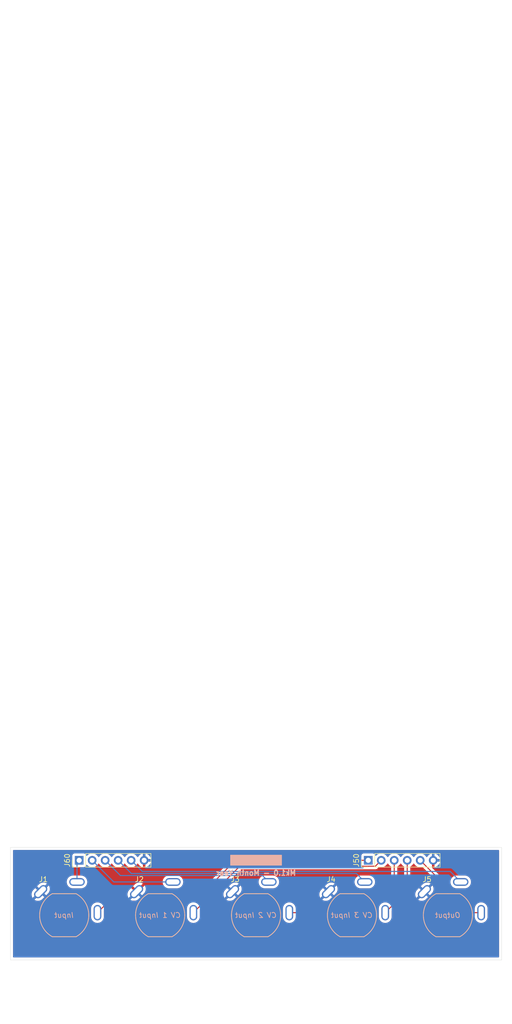
<source format=kicad_pcb>
(kicad_pcb (version 20240108) (generator "pcbnew") (generator_version "8.0")
  (title_block (rev "1") (company "DMH Instruments") (comment 1 "10cm Kosmo format synthesizer module PCB"))
  (layers (0 "F.Cu" signal) (31 "B.Cu" signal) (34 "B.Paste" user) (35 "F.Paste" user) (36 "B.SilkS" user "B.Silkscreen") (37 "F.SilkS" user "F.Silkscreen") (38 "B.Mask" user) (39 "F.Mask" user) (44 "Edge.Cuts" user))
  (net 0 "")
  (net 1 "GND")
  (net 2 "Net-(J60-Pin_1)")
  (net 3 "Net-(J60-Pin_2)")
  (net 4 "Net-(J60-Pin_4)")
  (net 5 "Net-(J60-Pin_5)")
  (net 6 "/Core Circuit/Input")
  (net 7 "/Core Circuit/CV1 Input")
  (net 8 "Net-(J60-Pin_3)")
  (net 9 "/Core Circuit/(Bus) CV2 Input")
  (net 10 "/Core Circuit/CV3 Input")
  (net 11 "/Core Circuit/Output")
  (footprint "SynthStuff:CUI_MJ-63052A" (layer "F.Cu") (at 137.5 208.75)
    (property "Reference" "J5" (at -4.075 -7 0) (layer "F.SilkS"))
    (property "Value" "TS_Jack_6.35mm_Sw")
    (property "Function" "Output" (at 0 0 -0) (layer "B.SilkS") (effects (font (thickness 0.15) (italic yes)) (justify mirror)))
    (fp_line (start 0 -4.2) (end -2.35 -4.2) (stroke (width 0.15)) (layer "B.SilkS"))
    (fp_line (start 0 -4.2) (end 2.35 -4.2) (stroke (width 0.15)) (layer "B.SilkS"))
    (fp_line (start 0 4.2) (end -2.35 4.2) (stroke (width 0.15)) (layer "B.SilkS"))
    (fp_line (start 0 4.2) (end 2.35 4.2) (stroke (width 0.15)) (layer "B.SilkS"))
    (fp_arc (start -4.8 0) (mid -4.14066 -2.427948) (end -2.343778 -4.188879) (stroke (width 0.15)) (layer "B.SilkS"))
    (fp_arc (start -2.343778 4.188879) (mid -4.14066 2.427948) (end -4.8 0) (stroke (width 0.15)) (layer "B.SilkS"))
    (fp_arc (start 2.343778 -4.188879) (mid 4.14066 -2.427948) (end 4.8 0) (stroke (width 0.15)) (layer "B.SilkS"))
    (fp_arc (start 4.8 0) (mid 4.14066 2.427948) (end 2.343778 4.188879) (stroke (width 0.15)) (layer "B.SilkS"))
    (fp_line (start 0 -4.2) (end -2.35 -4.2) (stroke (width 0.15)) (layer "F.SilkS"))
    (fp_line (start 0 -4.2) (end 2.35 -4.2) (stroke (width 0.15)) (layer "F.SilkS"))
    (fp_line (start 0 4.2) (end -2.35 4.2) (stroke (width 0.15)) (layer "F.SilkS"))
    (fp_line (start 0 4.2) (end 2.35 4.2) (stroke (width 0.15)) (layer "F.SilkS"))
    (fp_arc (start -4.8 0) (mid -4.14066 -2.427948) (end -2.343778 -4.188879) (stroke (width 0.15)) (layer "F.SilkS"))
    (fp_arc (start -2.343778 4.188879) (mid -4.14066 2.427948) (end -4.8 0) (stroke (width 0.15)) (layer "F.SilkS"))
    (fp_arc (start 2.343778 -4.188879) (mid 4.14066 -2.427948) (end 4.8 0) (stroke (width 0.15)) (layer "F.SilkS"))
    (fp_arc (start 4.8 0) (mid 4.14066 2.427948) (end 2.343778 4.188879) (stroke (width 0.15)) (layer "F.SilkS"))
    (pad "S" thru_hole oval (at -4.59619 -4.59619 315) (size 1.508 3.016) (drill oval 1 2.5) (layers "*.Cu" "*.Mask") (net 1 "GND"))
    (pad "T" thru_hole oval (at 6.5 -0.5) (size 1.508 3.016) (drill oval 1 2.5) (layers "*.Cu" "*.Mask") (net 11 "/Core Circuit/Output"))
    (pad "TN" thru_hole oval (at 2.5 -6.5) (size 3.016 1.508) (drill oval 2.5 1) (layers "*.Cu" "*.Mask") (net 5 "Net-(J60-Pin_5)"))
  )
  (footprint "Connector_PinHeader_2.54mm:PinHeader_1x06_P2.54mm_Vertical" (layer "F.Cu") (at 121.925 198.025 90)
    (property "Reference" "J50" (at 0 -2.33 90) (layer "F.SilkS"))
    (property "Value" "Conn_01x06")
    (fp_line (start -1.33 -1.33) (end 0 -1.33) (stroke (width 0.12)) (layer "F.SilkS"))
    (fp_line (start -1.33 0) (end -1.33 -1.33) (stroke (width 0.12)) (layer "F.SilkS"))
    (fp_line (start 1.33 1.27) (end 1.33 14.03) (stroke (width 0.12)) (layer "F.SilkS"))
    (fp_line (start -1.33 1.27) (end 1.33 1.27) (stroke (width 0.12)) (layer "F.SilkS"))
    (fp_line (start -1.33 1.27) (end -1.33 14.03) (stroke (width 0.12)) (layer "F.SilkS"))
    (fp_line (start -1.33 14.03) (end 1.33 14.03) (stroke (width 0.12)) (layer "F.SilkS"))
    (pad "1" thru_hole rect (at 0 0 90) (size 1.7 1.7) (drill 1) (layers "*.Cu" "*.Mask") (net 6 "/Core Circuit/Input"))
    (pad "2" thru_hole oval (at 0 2.54 90) (size 1.7 1.7) (drill 1) (layers "*.Cu" "*.Mask") (net 7 "/Core Circuit/CV1 Input"))
    (pad "3" thru_hole oval (at 0 5.08 90) (size 1.7 1.7) (drill 1) (layers "*.Cu" "*.Mask") (net 9 "/Core Circuit/(Bus) CV2 Input"))
    (pad "4" thru_hole oval (at 0 7.62 90) (size 1.7 1.7) (drill 1) (layers "*.Cu" "*.Mask") (net 10 "/Core Circuit/CV3 Input"))
    (pad "5" thru_hole oval (at 0 10.16 90) (size 1.7 1.7) (drill 1) (layers "*.Cu" "*.Mask") (net 11 "/Core Circuit/Output"))
    (pad "6" thru_hole oval (at 0 12.7 90) (size 1.7 1.7) (drill 1) (layers "*.Cu" "*.Mask") (net 1 "GND"))
  )
  (footprint "SynthStuff:CUI_MJ-63052A" (layer "F.Cu") (at 62.5 208.75)
    (property "Reference" "J1" (at -4.075 -7 0) (layer "F.SilkS"))
    (property "Value" "TS_Jack_6.35mm_Sw")
    (property "Function" "Input" (at 0 0 -0) (layer "B.SilkS") (effects (font (thickness 0.15) (italic yes)) (justify mirror)))
    (fp_line (start 0 -4.2) (end -2.35 -4.2) (stroke (width 0.15)) (layer "B.SilkS"))
    (fp_line (start 0 -4.2) (end 2.35 -4.2) (stroke (width 0.15)) (layer "B.SilkS"))
    (fp_line (start 0 4.2) (end -2.35 4.2) (stroke (width 0.15)) (layer "B.SilkS"))
    (fp_line (start 0 4.2) (end 2.35 4.2) (stroke (width 0.15)) (layer "B.SilkS"))
    (fp_arc (start -4.8 0) (mid -4.14066 -2.427948) (end -2.343778 -4.188879) (stroke (width 0.15)) (layer "B.SilkS"))
    (fp_arc (start -2.343778 4.188879) (mid -4.14066 2.427948) (end -4.8 0) (stroke (width 0.15)) (layer "B.SilkS"))
    (fp_arc (start 2.343778 -4.188879) (mid 4.14066 -2.427948) (end 4.8 0) (stroke (width 0.15)) (layer "B.SilkS"))
    (fp_arc (start 4.8 0) (mid 4.14066 2.427948) (end 2.343778 4.188879) (stroke (width 0.15)) (layer "B.SilkS"))
    (fp_line (start 0 -4.2) (end -2.35 -4.2) (stroke (width 0.15)) (layer "F.SilkS"))
    (fp_line (start 0 -4.2) (end 2.35 -4.2) (stroke (width 0.15)) (layer "F.SilkS"))
    (fp_line (start 0 4.2) (end -2.35 4.2) (stroke (width 0.15)) (layer "F.SilkS"))
    (fp_line (start 0 4.2) (end 2.35 4.2) (stroke (width 0.15)) (layer "F.SilkS"))
    (fp_arc (start -4.8 0) (mid -4.14066 -2.427948) (end -2.343778 -4.188879) (stroke (width 0.15)) (layer "F.SilkS"))
    (fp_arc (start -2.343778 4.188879) (mid -4.14066 2.427948) (end -4.8 0) (stroke (width 0.15)) (layer "F.SilkS"))
    (fp_arc (start 2.343778 -4.188879) (mid 4.14066 -2.427948) (end 4.8 0) (stroke (width 0.15)) (layer "F.SilkS"))
    (fp_arc (start 4.8 0) (mid 4.14066 2.427948) (end 2.343778 4.188879) (stroke (width 0.15)) (layer "F.SilkS"))
    (pad "S" thru_hole oval (at -4.59619 -4.59619 315) (size 1.508 3.016) (drill oval 1 2.5) (layers "*.Cu" "*.Mask") (net 1 "GND"))
    (pad "T" thru_hole oval (at 6.5 -0.5) (size 1.508 3.016) (drill oval 1 2.5) (layers "*.Cu" "*.Mask") (net 6 "/Core Circuit/Input"))
    (pad "TN" thru_hole oval (at 2.5 -6.5) (size 3.016 1.508) (drill oval 2.5 1) (layers "*.Cu" "*.Mask") (net 2 "Net-(J60-Pin_1)"))
  )
  (footprint "SynthStuff:CUI_MJ-63052A" (layer "F.Cu") (at 100 208.75)
    (property "Reference" "J3" (at -4.075 -7 0) (layer "F.SilkS"))
    (property "Value" "TS_Jack_6.35mm_Sw")
    (property "Function" "CV 2 Input" (at 0 0 -0) (layer "B.SilkS") (effects (font (thickness 0.15) (italic yes)) (justify mirror)))
    (fp_line (start 0 -4.2) (end -2.35 -4.2) (stroke (width 0.15)) (layer "B.SilkS"))
    (fp_line (start 0 -4.2) (end 2.35 -4.2) (stroke (width 0.15)) (layer "B.SilkS"))
    (fp_line (start 0 4.2) (end -2.35 4.2) (stroke (width 0.15)) (layer "B.SilkS"))
    (fp_line (start 0 4.2) (end 2.35 4.2) (stroke (width 0.15)) (layer "B.SilkS"))
    (fp_arc (start -4.8 0) (mid -4.14066 -2.427948) (end -2.343778 -4.188879) (stroke (width 0.15)) (layer "B.SilkS"))
    (fp_arc (start -2.343778 4.188879) (mid -4.14066 2.427948) (end -4.8 0) (stroke (width 0.15)) (layer "B.SilkS"))
    (fp_arc (start 2.343778 -4.188879) (mid 4.14066 -2.427948) (end 4.8 0) (stroke (width 0.15)) (layer "B.SilkS"))
    (fp_arc (start 4.8 0) (mid 4.14066 2.427948) (end 2.343778 4.188879) (stroke (width 0.15)) (layer "B.SilkS"))
    (fp_line (start 0 -4.2) (end -2.35 -4.2) (stroke (width 0.15)) (layer "F.SilkS"))
    (fp_line (start 0 -4.2) (end 2.35 -4.2) (stroke (width 0.15)) (layer "F.SilkS"))
    (fp_line (start 0 4.2) (end -2.35 4.2) (stroke (width 0.15)) (layer "F.SilkS"))
    (fp_line (start 0 4.2) (end 2.35 4.2) (stroke (width 0.15)) (layer "F.SilkS"))
    (fp_arc (start -4.8 0) (mid -4.14066 -2.427948) (end -2.343778 -4.188879) (stroke (width 0.15)) (layer "F.SilkS"))
    (fp_arc (start -2.343778 4.188879) (mid -4.14066 2.427948) (end -4.8 0) (stroke (width 0.15)) (layer "F.SilkS"))
    (fp_arc (start 2.343778 -4.188879) (mid 4.14066 -2.427948) (end 4.8 0) (stroke (width 0.15)) (layer "F.SilkS"))
    (fp_arc (start 4.8 0) (mid 4.14066 2.427948) (end 2.343778 4.188879) (stroke (width 0.15)) (layer "F.SilkS"))
    (pad "S" thru_hole oval (at -4.59619 -4.59619 315) (size 1.508 3.016) (drill oval 1 2.5) (layers "*.Cu" "*.Mask") (net 1 "GND"))
    (pad "T" thru_hole oval (at 6.5 -0.5) (size 1.508 3.016) (drill oval 1 2.5) (layers "*.Cu" "*.Mask") (net 9 "/Core Circuit/(Bus) CV2 Input"))
    (pad "TN" thru_hole oval (at 2.5 -6.5) (size 3.016 1.508) (drill oval 2.5 1) (layers "*.Cu" "*.Mask") (net 8 "Net-(J60-Pin_3)"))
  )
  (footprint "Connector_PinHeader_2.54mm:PinHeader_1x06_P2.54mm_Vertical" (layer "F.Cu") (at 65.425 198.025 90)
    (property "Reference" "J60" (at 0 -2.33 90) (layer "F.SilkS"))
    (property "Value" "Conn_01x06")
    (fp_line (start -1.33 -1.33) (end 0 -1.33) (stroke (width 0.12)) (layer "F.SilkS"))
    (fp_line (start -1.33 0) (end -1.33 -1.33) (stroke (width 0.12)) (layer "F.SilkS"))
    (fp_line (start 1.33 1.27) (end 1.33 14.03) (stroke (width 0.12)) (layer "F.SilkS"))
    (fp_line (start -1.33 1.27) (end 1.33 1.27) (stroke (width 0.12)) (layer "F.SilkS"))
    (fp_line (start -1.33 1.27) (end -1.33 14.03) (stroke (width 0.12)) (layer "F.SilkS"))
    (fp_line (start -1.33 14.03) (end 1.33 14.03) (stroke (width 0.12)) (layer "F.SilkS"))
    (pad "1" thru_hole rect (at 0 0 90) (size 1.7 1.7) (drill 1) (layers "*.Cu" "*.Mask") (net 2 "Net-(J60-Pin_1)"))
    (pad "2" thru_hole oval (at 0 2.54 90) (size 1.7 1.7) (drill 1) (layers "*.Cu" "*.Mask") (net 3 "Net-(J60-Pin_2)"))
    (pad "3" thru_hole oval (at 0 5.08 90) (size 1.7 1.7) (drill 1) (layers "*.Cu" "*.Mask") (net 8 "Net-(J60-Pin_3)"))
    (pad "4" thru_hole oval (at 0 7.62 90) (size 1.7 1.7) (drill 1) (layers "*.Cu" "*.Mask") (net 4 "Net-(J60-Pin_4)"))
    (pad "5" thru_hole oval (at 0 10.16 90) (size 1.7 1.7) (drill 1) (layers "*.Cu" "*.Mask") (net 5 "Net-(J60-Pin_5)"))
    (pad "6" thru_hole oval (at 0 12.7 90) (size 1.7 1.7) (drill 1) (layers "*.Cu" "*.Mask") (net 1 "GND"))
  )
  (footprint "SynthStuff:CUI_MJ-63052A" (layer "F.Cu") (at 81.25 208.75)
    (property "Reference" "J2" (at -4.075 -7 0) (layer "F.SilkS"))
    (property "Value" "TS_Jack_6.35mm_Sw")
    (property "Function" "CV 1 Input" (at 0 0 -0) (layer "B.SilkS") (effects (font (thickness 0.15) (italic yes)) (justify mirror)))
    (fp_line (start 0 -4.2) (end -2.35 -4.2) (stroke (width 0.15)) (layer "B.SilkS"))
    (fp_line (start 0 -4.2) (end 2.35 -4.2) (stroke (width 0.15)) (layer "B.SilkS"))
    (fp_line (start 0 4.2) (end -2.35 4.2) (stroke (width 0.15)) (layer "B.SilkS"))
    (fp_line (start 0 4.2) (end 2.35 4.2) (stroke (width 0.15)) (layer "B.SilkS"))
    (fp_arc (start -4.8 0) (mid -4.14066 -2.427948) (end -2.343778 -4.188879) (stroke (width 0.15)) (layer "B.SilkS"))
    (fp_arc (start -2.343778 4.188879) (mid -4.14066 2.427948) (end -4.8 0) (stroke (width 0.15)) (layer "B.SilkS"))
    (fp_arc (start 2.343778 -4.188879) (mid 4.14066 -2.427948) (end 4.8 0) (stroke (width 0.15)) (layer "B.SilkS"))
    (fp_arc (start 4.8 0) (mid 4.14066 2.427948) (end 2.343778 4.188879) (stroke (width 0.15)) (layer "B.SilkS"))
    (fp_line (start 0 -4.2) (end -2.35 -4.2) (stroke (width 0.15)) (layer "F.SilkS"))
    (fp_line (start 0 -4.2) (end 2.35 -4.2) (stroke (width 0.15)) (layer "F.SilkS"))
    (fp_line (start 0 4.2) (end -2.35 4.2) (stroke (width 0.15)) (layer "F.SilkS"))
    (fp_line (start 0 4.2) (end 2.35 4.2) (stroke (width 0.15)) (layer "F.SilkS"))
    (fp_arc (start -4.8 0) (mid -4.14066 -2.427948) (end -2.343778 -4.188879) (stroke (width 0.15)) (layer "F.SilkS"))
    (fp_arc (start -2.343778 4.188879) (mid -4.14066 2.427948) (end -4.8 0) (stroke (width 0.15)) (layer "F.SilkS"))
    (fp_arc (start 2.343778 -4.188879) (mid 4.14066 -2.427948) (end 4.8 0) (stroke (width 0.15)) (layer "F.SilkS"))
    (fp_arc (start 4.8 0) (mid 4.14066 2.427948) (end 2.343778 4.188879) (stroke (width 0.15)) (layer "F.SilkS"))
    (pad "S" thru_hole oval (at -4.59619 -4.59619 315) (size 1.508 3.016) (drill oval 1 2.5) (layers "*.Cu" "*.Mask") (net 1 "GND"))
    (pad "T" thru_hole oval (at 6.5 -0.5) (size 1.508 3.016) (drill oval 1 2.5) (layers "*.Cu" "*.Mask") (net 7 "/Core Circuit/CV1 Input"))
    (pad "TN" thru_hole oval (at 2.5 -6.5) (size 3.016 1.508) (drill oval 2.5 1) (layers "*.Cu" "*.Mask") (net 3 "Net-(J60-Pin_2)"))
  )
  (footprint "SynthStuff:CUI_MJ-63052A" (layer "F.Cu") (at 118.75 208.75)
    (property "Reference" "J4" (at -4.075 -7 0) (layer "F.SilkS"))
    (property "Value" "TS_Jack_6.35mm_Sw")
    (property "Function" "CV 3 Input" (at 0 0 -0) (layer "B.SilkS") (effects (font (thickness 0.15) (italic yes)) (justify mirror)))
    (fp_line (start 0 -4.2) (end -2.35 -4.2) (stroke (width 0.15)) (layer "B.SilkS"))
    (fp_line (start 0 -4.2) (end 2.35 -4.2) (stroke (width 0.15)) (layer "B.SilkS"))
    (fp_line (start 0 4.2) (end -2.35 4.2) (stroke (width 0.15)) (layer "B.SilkS"))
    (fp_line (start 0 4.2) (end 2.35 4.2) (stroke (width 0.15)) (layer "B.SilkS"))
    (fp_arc (start -4.8 0) (mid -4.14066 -2.427948) (end -2.343778 -4.188879) (stroke (width 0.15)) (layer "B.SilkS"))
    (fp_arc (start -2.343778 4.188879) (mid -4.14066 2.427948) (end -4.8 0) (stroke (width 0.15)) (layer "B.SilkS"))
    (fp_arc (start 2.343778 -4.188879) (mid 4.14066 -2.427948) (end 4.8 0) (stroke (width 0.15)) (layer "B.SilkS"))
    (fp_arc (start 4.8 0) (mid 4.14066 2.427948) (end 2.343778 4.188879) (stroke (width 0.15)) (layer "B.SilkS"))
    (fp_line (start 0 -4.2) (end -2.35 -4.2) (stroke (width 0.15)) (layer "F.SilkS"))
    (fp_line (start 0 -4.2) (end 2.35 -4.2) (stroke (width 0.15)) (layer "F.SilkS"))
    (fp_line (start 0 4.2) (end -2.35 4.2) (stroke (width 0.15)) (layer "F.SilkS"))
    (fp_line (start 0 4.2) (end 2.35 4.2) (stroke (width 0.15)) (layer "F.SilkS"))
    (fp_arc (start -4.8 0) (mid -4.14066 -2.427948) (end -2.343778 -4.188879) (stroke (width 0.15)) (layer "F.SilkS"))
    (fp_arc (start -2.343778 4.188879) (mid -4.14066 2.427948) (end -4.8 0) (stroke (width 0.15)) (layer "F.SilkS"))
    (fp_arc (start 2.343778 -4.188879) (mid 4.14066 -2.427948) (end 4.8 0) (stroke (width 0.15)) (layer "F.SilkS"))
    (fp_arc (start 4.8 0) (mid 4.14066 2.427948) (end 2.343778 4.188879) (stroke (width 0.15)) (layer "F.SilkS"))
    (pad "S" thru_hole oval (at -4.59619 -4.59619 315) (size 1.508 3.016) (drill oval 1 2.5) (layers "*.Cu" "*.Mask") (net 1 "GND"))
    (pad "T" thru_hole oval (at 6.5 -0.5) (size 1.508 3.016) (drill oval 1 2.5) (layers "*.Cu" "*.Mask") (net 10 "/Core Circuit/CV3 Input"))
    (pad "TN" thru_hole oval (at 2.5 -6.5) (size 3.016 1.508) (drill oval 2.5 1) (layers "*.Cu" "*.Mask") (net 4 "Net-(J60-Pin_4)"))
  )
  (gr_rect (start 95 197) (end 105 199) (stroke (width 0.1)) (fill solid) (layer "B.SilkS"))
  (gr_rect (start 52 195.5) (end 148 217.5) (stroke (width 0.05)) (fill none) (layer "Edge.Cuts"))
  (gr_text "Mk1.0 - Month Year" (at 100 200.5 0) (layer "B.SilkS") (effects (font (size 1 1) (thickness 0.25) (bold yes)) (justify mirror)))
  (segment (start 65 202.25) (end 65 198.45) (width 0.2) (layer "B.Cu") (net 2))
  (segment (start 65 198.45) (end 65.425 198.025) (width 0.2) (layer "B.Cu") (net 2))
  (segment (start 67.965 198.025) (end 72.19 202.25) (width 0.2) (layer "B.Cu") (net 3))
  (segment (start 72.19 202.25) (end 83.75 202.25) (width 0.2) (layer "B.Cu") (net 3))
  (segment (start 75.62 200.6) (end 119.6 200.6) (width 0.2) (layer "B.Cu") (net 4))
  (segment (start 73.045 198.025) (end 75.62 200.6) (width 0.2) (layer "B.Cu") (net 4))
  (segment (start 119.6 200.6) (end 121.25 202.25) (width 0.2) (layer "B.Cu") (net 4))
  (segment (start 75.585 198.025) (end 77.76 200.2) (width 0.2) (layer "B.Cu") (net 5))
  (segment (start 77.76 200.2) (end 137.95 200.2) (width 0.2) (layer "B.Cu") (net 5))
  (segment (start 137.95 200.2) (end 140 202.25) (width 0.2) (layer "B.Cu") (net 5))
  (segment (start 95.975 198.025) (end 88 206) (width 0.2) (layer "F.Cu") (net 6))
  (segment (start 71.25 206) (end 69 208.25) (width 0.2) (layer "F.Cu") (net 6))
  (segment (start 88 206) (end 71.25 206) (width 0.2) (layer "F.Cu") (net 6))
  (segment (start 121.925 198.025) (end 95.975 198.025) (width 0.2) (layer "F.Cu") (net 6))
  (segment (start 123.315 199.175) (end 96.825 199.175) (width 0.2) (layer "F.Cu") (net 7))
  (segment (start 124.465 198.025) (end 123.315 199.175) (width 0.2) (layer "F.Cu") (net 7))
  (segment (start 96.825 199.175) (end 87.75 208.25) (width 0.2) (layer "F.Cu") (net 7))
  (segment (start 73.48 201) (end 101.25 201) (width 0.2) (layer "B.Cu") (net 8))
  (segment (start 101.25 201) (end 102.5 202.25) (width 0.2) (layer "B.Cu") (net 8))
  (segment (start 70.505 198.025) (end 73.48 201) (width 0.2) (layer "B.Cu") (net 8))
  (segment (start 119.75 208.25) (end 106.5 208.25) (width 0.2) (layer "F.Cu") (net 9))
  (segment (start 127.005 198.025) (end 127.005 200.995) (width 0.2) (layer "F.Cu") (net 9))
  (segment (start 127.005 200.995) (end 119.75 208.25) (width 0.2) (layer "F.Cu") (net 9))
  (segment (start 126.525 198.025) (end 127.005 198.025) (width 0.2) (layer "B.Cu") (net 9))
  (segment (start 129.545 203.955) (end 125.25 208.25) (width 0.2) (layer "F.Cu") (net 10))
  (segment (start 129.545 198.025) (end 129.545 203.955) (width 0.2) (layer "F.Cu") (net 10))
  (segment (start 142.31 208.25) (end 144 208.25) (width 0.2) (layer "F.Cu") (net 11))
  (segment (start 132.085 198.025) (end 142.31 208.25) (width 0.2) (layer "F.Cu") (net 11))
  (zone (net 1) (net_name "GND") (layers "F&B.Cu") (name "Ground_plane") (connect_pads (clearance 0.5)) (min_thickness 0.25) (fill yes (thermal_gap 0.5) (thermal_bridge_width 0.5))
    (polygon (pts (xy 52 195.5) (xy 148 195.5) (xy 148 217.5) (xy 52 217.5)))
  )
)
</source>
